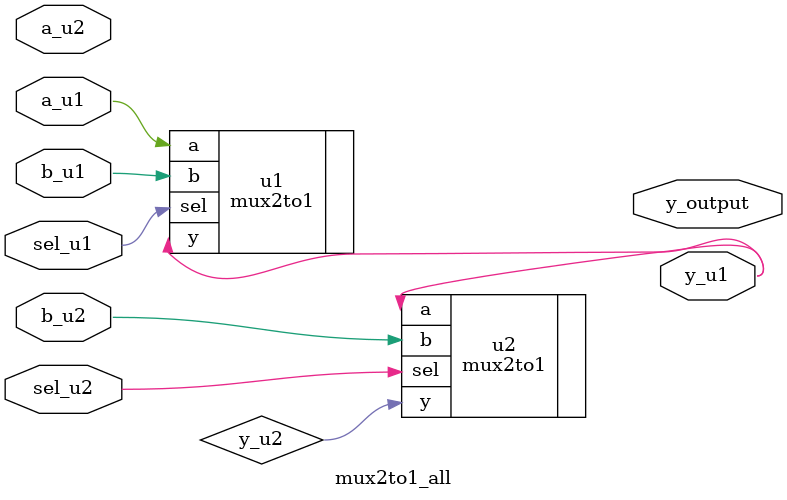
<source format=sv>
`timescale 1ns / 1ps

module mux2to1_all (
    input logic a_u1, b_u1, sel_u1,
    input logic a_u2, b_u2, sel_u2,
    output logic y_u1,
    output logic y_output
 );

    mux2to1 u1 (
        .a(a_u1),
        .b(b_u1),
        .sel(sel_u1),
        .y(y_u1)
    );

    mux2to1 u2 (
        .a(y_u1),
        .b(b_u2),
        .sel(sel_u2),
        .y(y_u2)
    );

endmodule

</source>
